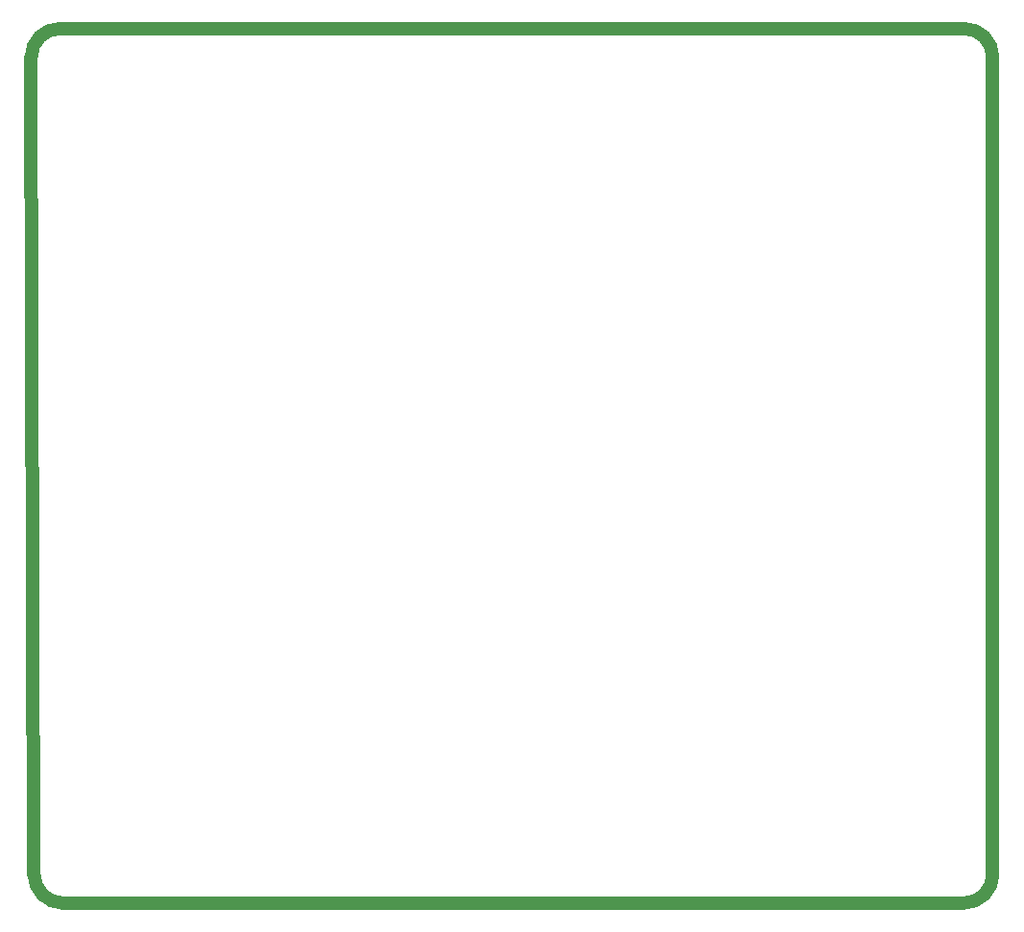
<source format=gko>
G04*
G04 #@! TF.GenerationSoftware,Altium Limited,Altium Designer,21.4.1 (30)*
G04*
G04 Layer_Color=16711935*
%FSLAX25Y25*%
%MOIN*%
G70*
G04*
G04 #@! TF.SameCoordinates,A6571A55-D74C-4003-A557-C9CE236E7139*
G04*
G04*
G04 #@! TF.FilePolarity,Positive*
G04*
G01*
G75*
%ADD36C,0.04724*%
D36*
X-190000Y-140000D02*
G03*
X-180000Y-150000I10000J0D01*
G01*
X133000D02*
G03*
X143000Y-140000I0J10000D01*
G01*
Y144000D02*
G03*
X133000Y154000I-10000J0D01*
G01*
X-181000D02*
G03*
X-191000Y144000I0J-10000D01*
G01*
Y142000D02*
X-190000Y-138000D01*
Y-140000D02*
Y-138000D01*
X-180000Y-150000D02*
X133000D01*
X143000Y-140000D02*
Y144000D01*
X-181000Y154000D02*
X133000D01*
X-191000Y142000D02*
Y144000D01*
M02*

</source>
